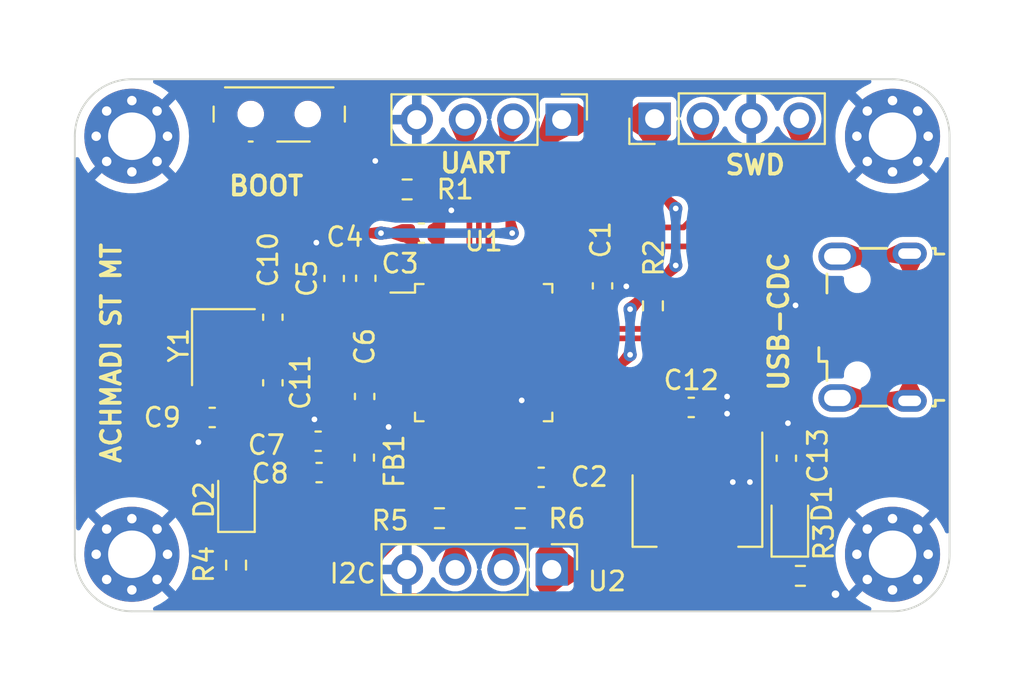
<source format=kicad_pcb>
(kicad_pcb (version 20221018) (generator pcbnew)
  (layers (0 "F.Cu" signal) (31 "B.Cu" power) (34 "B.Paste" user) (35 "F.Paste" user) (36 "B.SilkS" user "B.Silkscreen") (37 "F.SilkS" user "F.Silkscreen") (38 "B.Mask" user) (39 "F.Mask" user) (44 "Edge.Cuts" user))
  (net 0 "")
  (net 1 "+3.3V")
  (net 2 "GND")
  (net 3 "+3.3VA")
  (net 4 "/NRST")
  (net 5 "HSE_IN")
  (net 6 "HSE_OUT")
  (net 7 "VBUS")
  (net 8 "Net-(D1-K)")
  (net 9 "Net-(D2-K)")
  (net 11 "unconnected-(J1-Shield-Pad6)")
  (net 12 "SWD_CLK")
  (net 13 "SWD_IO")
  (net 14 "UART1_TX")
  (net 15 "UART1_RX")
  (net 16 "I2C2_SDA")
  (net 17 "I2C2_SCL")
  (net 18 "Net-(SW1-B)")
  (net 19 "/BOOT0")
  (net 45 "Net-(U1-PA5)")
  (net 47 "USB_D-")
  (net 48 "USB_D+")
  (footprint "MountingHole:MountingHole_2.5mm_Pad_Via" (layer "F.Cu") (at 130 63)
    (fp_text reference "H2" hide)
    (fp_text value "MountingHole_Pad")
    (pad "1" thru_hole circle (at -1.875 0) (size 0.8 0.8) (drill 0.5) (layers "*.Cu" "*.Mask") (net 2 "GND"))
    (pad "1" thru_hole circle (at -1.325825 -1.325825) (size 0.8 0.8) (drill 0.5) (layers "*.Cu" "*.Mask") (net 2 "GND"))
    (pad "1" thru_hole circle (at -1.325825 1.325825) (size 0.8 0.8) (drill 0.5) (layers "*.Cu" "*.Mask") (net 2 "GND"))
    (pad "1" thru_hole circle (at 0 -1.875) (size 0.8 0.8) (drill 0.5) (layers "*.Cu" "*.Mask") (net 2 "GND"))
    (pad "1" thru_hole circle (at 0 0) (size 5 5) (drill 2.5) (layers "*.Cu" "*.Mask") (net 2 "GND"))
    (pad "1" thru_hole circle (at 0 1.875) (size 0.8 0.8) (drill 0.5) (layers "*.Cu" "*.Mask") (net 2 "GND"))
    (pad "1" thru_hole circle (at 1.325825 -1.325825) (size 0.8 0.8) (drill 0.5) (layers "*.Cu" "*.Mask") (net 2 "GND"))
    (pad "1" thru_hole circle (at 1.325825 1.325825) (size 0.8 0.8) (drill 0.5) (layers "*.Cu" "*.Mask") (net 2 "GND"))
    (pad "1" thru_hole circle (at 1.875 0) (size 0.8 0.8) (drill 0.5) (layers "*.Cu" "*.Mask") (net 2 "GND"))
  )
  (footprint "Connector_USB:USB_Micro-B_Wuerth_629105150521" (layer "F.Cu") (at 168.95 73.05 90)
    (fp_text reference "J1" hide)
    (fp_text value "USB_B_Micro")
    (pad "" np_thru_hole oval (at -2.5 -0.8 90) (size 0.8 0.8) (drill 0.8) (layers "*.Cu" "*.Mask"))
    (pad "" np_thru_hole oval (at 2.5 -0.8 90) (size 0.8 0.8) (drill 0.8) (layers "*.Cu" "*.Mask"))
    (pad "1" smd rect (at -1.3 -1.9 90) (size 0.45 1.3) (layers "F.Cu" "F.Paste" "F.Mask") (net 7 "VBUS"))
    (pad "2" smd rect (at -0.65 -1.9 90) (size 0.45 1.3) (layers "F.Cu" "F.Paste" "F.Mask") (net 47 "USB_D-"))
    (pad "3" smd rect (at 0 -1.9 90) (size 0.45 1.3) (layers "F.Cu" "F.Paste" "F.Mask") (net 48 "USB_D+"))
    (pad "4" smd rect (at 0.65 -1.9 90) (size 0.45 1.3) (layers "F.Cu" "F.Paste" "F.Mask"))
    (pad "5" smd rect (at 1.3 -1.9 90) (size 0.45 1.3) (layers "F.Cu" "F.Paste" "F.Mask") (net 2 "GND"))
    (pad "6" thru_hole oval (at -3.875 1.95 90) (size 1.15 1.8) (drill oval 0.55 1.2) (layers "*.Cu" "*.Mask") (net 11 "unconnected-(J1-Shield-Pad6)"))
    (pad "6" thru_hole oval (at -3.725 -1.85 90) (size 1.45 2) (drill oval 0.85 1.4) (layers "*.Cu" "*.Mask") (net 11 "unconnected-(J1-Shield-Pad6)"))
    (pad "6" thru_hole oval (at 3.725 -1.85 90) (size 1.45 2) (drill oval 0.85 1.4) (layers "*.Cu" "*.Mask") (net 11 "unconnected-(J1-Shield-Pad6)"))
    (pad "6" thru_hole oval (at 3.875 1.95 90) (size 1.15 1.8) (drill oval 0.55 1.2) (layers "*.Cu" "*.Mask") (net 11 "unconnected-(J1-Shield-Pad6)"))
  )
  (footprint "Capacitor_SMD:C_0603_1608Metric" (layer "F.Cu") (at 164.415 79.945 90)
    (fp_text reference "C13" (at 0.128 1.65 90) (layer "F.SilkS"))
    (fp_text value "22u")
    (pad "1" smd roundrect (at -0.775 0 90) (size 0.9 0.95) (layers "F.Cu" "F.Paste" "F.Mask") (net 1 "+3.3V"))
    (pad "2" smd roundrect (at 0.775 0 90) (size 0.9 0.95) (layers "F.Cu" "F.Paste" "F.Mask") (net 2 "GND"))
  )
  (footprint "Resistor_SMD:R_0603_1608Metric" (layer "F.Cu") (at 150.425 83.1)
    (fp_text reference "R6" (at 2.45 0.025) (layer "F.SilkS"))
    (fp_text value "1K5")
    (pad "1" smd roundrect (at -0.825 0) (size 0.8 0.95) (layers "F.Cu" "F.Paste" "F.Mask") (net 16 "I2C2_SDA"))
    (pad "2" smd roundrect (at 0.825 0) (size 0.8 0.95) (layers "F.Cu" "F.Paste" "F.Mask") (net 1 "+3.3V"))
  )
  (footprint "Capacitor_SMD:C_0603_1608Metric" (layer "F.Cu") (at 140.64 70.485 90)
    (fp_text reference "C5" (at 0 -1.43 90) (layer "F.SilkS"))
    (fp_text value "10u")
    (pad "1" smd roundrect (at -0.775 0 90) (size 0.9 0.95) (layers "F.Cu" "F.Paste" "F.Mask") (net 1 "+3.3V"))
    (pad "2" smd roundrect (at 0.775 0 90) (size 0.9 0.95) (layers "F.Cu" "F.Paste" "F.Mask") (net 2 "GND"))
  )
  (footprint "Resistor_SMD:R_0603_1608Metric" (layer "F.Cu") (at 144.475 65.8)
    (fp_text reference "R1" (at 2.525 0) (layer "F.SilkS"))
    (fp_text value "10K")
    (pad "1" smd roundrect (at -0.825 0) (size 0.8 0.95) (layers "F.Cu" "F.Paste" "F.Mask") (net 18 "Net-(SW1-B)"))
    (pad "2" smd roundrect (at 0.825 0) (size 0.8 0.95) (layers "F.Cu" "F.Paste" "F.Mask") (net 19 "/BOOT0"))
  )
  (footprint "Connector_PinHeader_2.54mm:PinHeader_1x04_P2.54mm_Vertical" (layer "F.Cu") (at 152.08 85.8 -90)
    (fp_text reference "J4" hide)
    (fp_text value "Conn_01x04_Pin")
    (pad "1" thru_hole rect (at 0 0 270) (size 1.7 1.7) (drill 1) (layers "*.Cu" "*.Mask") (net 1 "+3.3V"))
    (pad "2" thru_hole oval (at 0 2.54 270) (size 1.7 1.7) (drill 1) (layers "*.Cu" "*.Mask") (net 16 "I2C2_SDA"))
    (pad "3" thru_hole oval (at 0 5.08 270) (size 1.7 1.7) (drill 1) (layers "*.Cu" "*.Mask") (net 17 "I2C2_SCL"))
    (pad "4" thru_hole oval (at 0 7.62 270) (size 1.7 1.7) (drill 1) (layers "*.Cu" "*.Mask") (net 2 "GND"))
  )
  (footprint "Crystal:Crystal_SMD_3225-4Pin_3.2x2.5mm" (layer "F.Cu") (at 134.814 74.1 -90)
    (fp_text reference "Y1" (at -0.1 2.35 90) (layer "F.SilkS"))
    (fp_text value "16MHz")
    (pad "1" smd rect (at -1.1 0.85 270) (size 1.4 1.2) (layers "F.Cu" "F.Paste" "F.Mask") (net 5 "HSE_IN"))
    (pad "2" smd rect (at 1.1 0.85 270) (size 1.4 1.2) (layers "F.Cu" "F.Paste" "F.Mask") (net 2 "GND"))
    (pad "3" smd rect (at 1.1 -0.85 270) (size 1.4 1.2) (layers "F.Cu" "F.Paste" "F.Mask") (net 6 "HSE_OUT"))
    (pad "4" smd rect (at -1.1 -0.85 270) (size 1.4 1.2) (layers "F.Cu" "F.Paste" "F.Mask") (net 2 "GND"))
  )
  (footprint "MountingHole:MountingHole_2.5mm_Pad_Via" (layer "F.Cu") (at 130 85)
    (fp_text reference "H3" hide)
    (fp_text value "MountingHole_Pad")
    (pad "1" thru_hole circle (at -1.875 0) (size 0.8 0.8) (drill 0.5) (layers "*.Cu" "*.Mask") (net 2 "GND"))
    (pad "1" thru_hole circle (at -1.325825 -1.325825) (size 0.8 0.8) (drill 0.5) (layers "*.Cu" "*.Mask") (net 2 "GND"))
    (pad "1" thru_hole circle (at -1.325825 1.325825) (size 0.8 0.8) (drill 0.5) (layers "*.Cu" "*.Mask") (net 2 "GND"))
    (pad "1" thru_hole circle (at 0 -1.875) (size 0.8 0.8) (drill 0.5) (layers "*.Cu" "*.Mask") (net 2 "GND"))
    (pad "1" thru_hole circle (at 0 0) (size 5 5) (drill 2.5) (layers "*.Cu" "*.Mask") (net 2 "GND"))
    (pad "1" thru_hole circle (at 0 1.875) (size 0.8 0.8) (drill 0.5) (layers "*.Cu" "*.Mask") (net 2 "GND"))
    (pad "1" thru_hole circle (at 1.325825 -1.325825) (size 0.8 0.8) (drill 0.5) (layers "*.Cu" "*.Mask") (net 2 "GND"))
    (pad "1" thru_hole circle (at 1.325825 1.325825) (size 0.8 0.8) (drill 0.5) (layers "*.Cu" "*.Mask") (net 2 "GND"))
    (pad "1" thru_hole circle (at 1.875 0) (size 0.8 0.8) (drill 0.5) (layers "*.Cu" "*.Mask") (net 2 "GND"))
  )
  (footprint "Connector_PinHeader_2.54mm:PinHeader_1x04_P2.54mm_Vertical" (layer "F.Cu") (at 152.6 62.125 -90)
    (fp_text reference "J3" hide)
    (fp_text value "Conn_01x04_Pin")
    (pad "1" thru_hole rect (at 0 0 270) (size 1.7 1.7) (drill 1) (layers "*.Cu" "*.Mask") (net 1 "+3.3V"))
    (pad "2" thru_hole oval (at 0 2.54 270) (size 1.7 1.7) (drill 1) (layers "*.Cu" "*.Mask") (net 14 "UART1_TX"))
    (pad "3" thru_hole oval (at 0 5.08 270) (size 1.7 1.7) (drill 1) (layers "*.Cu" "*.Mask") (net 15 "UART1_RX"))
    (pad "4" thru_hole oval (at 0 7.62 270) (size 1.7 1.7) (drill 1) (layers "*.Cu" "*.Mask") (net 2 "GND"))
  )
  (footprint "Button_Switch_SMD:SW_SPDT_PCM12" (layer "F.Cu") (at 137.75 62.16 180)
    (fp_text reference "SW1" hide)
    (fp_text value "SW_SPDT")
    (pad "" smd rect (at -3.65 -0.78 180) (size 1 0.8) (layers "F.Cu" "F.Paste" "F.Mask"))
    (pad "" smd rect (at -3.65 1.43 180) (size 1 0.8) (layers "F.Cu" "F.Paste" "F.Mask"))
    (pad "" np_thru_hole circle (at -1.5 0.33 180) (size 0.9 0.9) (drill 0.9) (layers "*.Cu" "*.Mask"))
    (pad "" np_thru_hole circle (at 1.5 0.33 180) (size 0.9 0.9) (drill 0.9) (layers "*.Cu" "*.Mask"))
    (pad "" smd rect (at 3.65 -0.78 180) (size 1 0.8) (layers "F.Cu" "F.Paste" "F.Mask"))
    (pad "" smd rect (at 3.65 1.43 180) (size 1 0.8) (layers "F.Cu" "F.Paste" "F.Mask"))
    (pad "1" smd rect (at -2.25 -1.43 180) (size 0.7 1.5) (layers "F.Cu" "F.Paste" "F.Mask") (net 2 "GND"))
    (pad "2" smd rect (at 0.75 -1.43 180) (size 0.7 1.5) (layers "F.Cu" "F.Paste" "F.Mask") (net 18 "Net-(SW1-B)"))
    (pad "3" smd rect (at 2.25 -1.43 180) (size 0.7 1.5) (layers "F.Cu" "F.Paste" "F.Mask") (net 1 "+3.3V"))
  )
  (footprint "Package_TO_SOT_SMD:SOT-223-3_TabPin2" (layer "F.Cu") (at 159.74 82.695 -90)
    (fp_text reference "U2" (at 3.726 4.756 -180) (layer "F.SilkS"))
    (fp_text value "AMS1117-3.3")
    (pad "1" smd rect (at -3.15 -2.3 270) (size 2 1.5) (layers "F.Cu" "F.Paste" "F.Mask") (net 2 "GND"))
    (pad "2" smd rect (at -3.15 0 270) (size 2 1.5) (layers "F.Cu" "F.Paste" "F.Mask") (net 1 "+3.3V"))
    (pad "2" smd rect (at 3.15 0 270) (size 2 3.8) (layers "F.Cu" "F.Paste" "F.Mask") (net 1 "+3.3V"))
    (pad "3" smd rect (at -3.15 2.3 270) (size 2 1.5) (layers "F.Cu" "F.Paste" "F.Mask") (net 7 "VBUS"))
  )
  (footprint "LED_SMD:LED_0805_2012Metric" (layer "F.Cu") (at 164.6 83.4375 90)
    (fp_text reference "D1" (at 1.0925 1.69 90) (layer "F.SilkS"))
    (fp_text value "RED")
    (pad "1" smd roundrect (at -0.9375 0 90) (size 0.975 1.4) (layers "F.Cu" "F.Paste" "F.Mask") (net 8 "Net-(D1-K)"))
    (pad "2" smd roundrect (at 0.9375 0 90) (size 0.975 1.4) (layers "F.Cu" "F.Paste" "F.Mask") (net 1 "+3.3V"))
  )
  (footprint "MountingHole:MountingHole_2.5mm_Pad_Via" (layer "F.Cu") (at 170 63)
    (fp_text reference "H1" hide)
    (fp_text value "MountingHole_Pad")
    (pad "1" thru_hole circle (at -1.875 0) (size 0.8 0.8) (drill 0.5) (layers "*.Cu" "*.Mask") (net 2 "GND"))
    (pad "1" thru_hole circle (at -1.325825 -1.325825) (size 0.8 0.8) (drill 0.5) (layers "*.Cu" "*.Mask") (net 2 "GND"))
    (pad "1" thru_hole circle (at -1.325825 1.325825) (size 0.8 0.8) (drill 0.5) (layers "*.Cu" "*.Mask") (net 2 "GND"))
    (pad "1" thru_hole circle (at 0 -1.875) (size 0.8 0.8) (drill 0.5) (layers "*.Cu" "*.Mask") (net 2 "GND"))
    (pad "1" thru_hole circle (at 0 0) (size 5 5) (drill 2.5) (layers "*.Cu" "*.Mask") (net 2 "GND"))
    (pad "1" thru_hole circle (at 0 1.875) (size 0.8 0.8) (drill 0.5) (layers "*.Cu" "*.Mask") (net 2 "GND"))
    (pad "1" thru_hole circle (at 1.325825 -1.325825) (size 0.8 0.8) (drill 0.5) (layers "*.Cu" "*.Mask") (net 2 "GND"))
    (pad "1" thru_hole circle (at 1.325825 1.325825) (size 0.8 0.8) (drill 0.5) (layers "*.Cu" "*.Mask") (net 2 "GND"))
    (pad "1" thru_hole circle (at 1.875 0) (size 0.8 0.8) (drill 0.5) (layers "*.Cu" "*.Mask") (net 2 "GND"))
  )
  (footprint "Capacitor_SMD:C_0603_1608Metric" (layer "F.Cu") (at 137.414 72.525 -90)
    (fp_text reference "C10" (at -3.025 0.25 90) (layer "F.SilkS"))
    (fp_text value "10p")
    (pad "1" smd roundrect (at -0.775 0 270) (size 0.9 0.95) (layers "F.Cu" "F.Paste" "F.Mask") (net 5 "HSE_IN"))
    (pad "2" smd roundrect (at 0.775 0 270) (size 0.9 0.95) (layers "F.Cu" "F.Paste" "F.Mask") (net 2 "GND"))
  )
  (footprint "Resistor_SMD:R_0603_1608Metric" (layer "F.Cu") (at 165.155 86.135 180)
    (fp_text reference "R3" (at -1.235 1.79 90) (layer "F.SilkS"))
    (fp_text value "1K5")
    (pad "1" smd roundrect (at -0.825 0 180) (size 0.8 0.95) (layers "F.Cu" "F.Paste" "F.Mask") (net 2 "GND"))
    (pad "2" smd roundrect (at 0.825 0 180) (size 0.8 0.95) (layers "F.Cu" "F.Paste" "F.Mask") (net 8 "Net-(D1-K)"))
  )
  (footprint "Capacitor_SMD:C_0603_1608Metric" (layer "F.Cu") (at 142.3 70.475 90)
    (fp_text reference "C4" (at 2.175 -1.1) (layer "F.SilkS"))
    (fp_text value "100n")
    (pad "1" smd roundrect (at -0.775 0 90) (size 0.9 0.95) (layers "F.Cu" "F.Paste" "F.Mask") (net 1 "+3.3V"))
    (pad "2" smd roundrect (at 0.775 0 90) (size 0.9 0.95) (layers "F.Cu" "F.Paste" "F.Mask") (net 2 "GND"))
  )
  (footprint "Capacitor_SMD:C_0603_1608Metric" (layer "F.Cu") (at 151.525 80.95 180)
    (fp_text reference "C2" (at -2.525 0.025) (layer "F.SilkS"))
    (fp_text value "100n")
    (pad "1" smd roundrect (at -0.775 0 180) (size 0.9 0.95) (layers "F.Cu" "F.Paste" "F.Mask") (net 1 "+3.3V"))
    (pad "2" smd roundrect (at 0.775 0 180) (size 0.9 0.95) (layers "F.Cu" "F.Paste" "F.Mask") (net 2 "GND"))
  )
  (footprint "Capacitor_SMD:C_0603_1608Metric" (layer "F.Cu") (at 137.414 75.975 -90)
    (fp_text reference "C11" (at -0.025 -1.45 90) (layer "F.SilkS"))
    (fp_text value "10p")
    (pad "1" smd roundrect (at -0.775 0 270) (size 0.9 0.95) (layers "F.Cu" "F.Paste" "F.Mask") (net 6 "HSE_OUT"))
    (pad "2" smd roundrect (at 0.775 0 270) (size 0.9 0.95) (layers "F.Cu" "F.Paste" "F.Mask") (net 2 "GND"))
  )
  (footprint "Inductor_SMD:L_0603_1608Metric" (layer "F.Cu") (at 142.22 79.9125 -90)
    (fp_text reference "FB1" (at 0.1875 -1.58 90) (layer "F.SilkS"))
    (fp_text value "120R")
    (pad "1" smd roundrect (at -0.7875 0 270) (size 0.875 0.95) (layers "F.Cu" "F.Paste" "F.Mask") (net 3 "+3.3VA"))
    (pad "2" smd roundrect (at 0.7875 0 270) (size 0.875 0.95) (layers "F.Cu" "F.Paste" "F.Mask") (net 1 "+3.3V"))
  )
  (footprint "Capacitor_SMD:C_0603_1608Metric" (layer "F.Cu") (at 139.795 79.05 180)
    (fp_text reference "C7" (at 2.725 -0.2) (layer "F.SilkS"))
    (fp_text value "1u")
    (pad "1" smd roundrect (at -0.775 0 180) (size 0.9 0.95) (layers "F.Cu" "F.Paste" "F.Mask") (net 3 "+3.3VA"))
    (pad "2" smd roundrect (at 0.775 0 180) (size 0.9 0.95) (layers "F.Cu" "F.Paste" "F.Mask") (net 2 "GND"))
  )
  (footprint "Capacitor_SMD:C_0603_1608Metric" (layer "F.Cu") (at 159.415 77.27)
    (fp_text reference "C12" (at 0 -1.43) (layer "F.SilkS"))
    (fp_text value "22u")
    (pad "1" smd roundrect (at -0.775 0) (size 0.9 0.95) (layers "F.Cu" "F.Paste" "F.Mask") (net 7 "VBUS"))
    (pad "2" smd roundrect (at 0.775 0) (size 0.9 0.95) (layers "F.Cu" "F.Paste" "F.Mask") (net 2 "GND"))
  )
  (footprint "Resistor_SMD:R_0603_1608Metric" (layer "F.Cu") (at 135.48 85.57 90)
    (fp_text reference "R4" (at 0.035 -1.688 90) (layer "F.SilkS"))
    (fp_text value "1K5")
    (pad "1" smd roundrect (at -0.825 0 90) (size 0.8 0.95) (layers "F.Cu" "F.Paste" "F.Mask") (net 45 "Net-(U1-PA5)"))
    (pad "2" smd roundrect (at 0.825 0 90) (size 0.8 0.95) (layers "F.Cu" "F.Paste" "F.Mask") (net 9 "Net-(D2-K)"))
  )
  (footprint "Resistor_SMD:R_0603_1608Metric" (layer "F.Cu") (at 157.4 71.925 -90)
    (fp_text reference "R2" (at -2.525 -0.05 90) (layer "F.SilkS"))
    (fp_text value "1K5")
    (pad "1" smd roundrect (at -0.825 0 270) (size 0.8 0.95) (layers "F.Cu" "F.Paste" "F.Mask") (net 1 "+3.3V"))
    (pad "2" smd roundrect (at 0.825 0 270) (size 0.8 0.95) (layers "F.Cu" "F.Paste" "F.Mask") (net 48 "USB_D+"))
  )
  (footprint "Capacitor_SMD:C_0603_1608Metric" (layer "F.Cu") (at 145.225 68.1)
    (fp_text reference "C3" (at -1.125 1.6) (layer "F.SilkS"))
    (fp_text value "100n")
    (pad "1" smd roundrect (at -0.775 0) (size 0.9 0.95) (layers "F.Cu" "F.Paste" "F.Mask") (net 1 "+3.3V"))
    (pad "2" smd roundrect (at 0.775 0) (size 0.9 0.95) (layers "F.Cu" "F.Paste" "F.Mask") (net 2 "GND"))
  )
  (footprint "Capacitor_SMD:C_0603_1608Metric" (layer "F.Cu") (at 134.225 77.8)
    (fp_text reference "C9" (at -2.625 0) (layer "F.SilkS"))
    (fp_text value "100n")
    (pad "1" smd roundrect (at -0.775 0) (size 0.9 0.95) (layers "F.Cu" "F.Paste" "F.Mask") (net 2 "GND"))
    (pad "2" smd roundrect (at 0.775 0) (size 0.9 0.95) (layers "F.Cu" "F.Paste" "F.Mask") (net 4 "/NRST"))
  )
  (footprint "Resistor_SMD:R_0603_1608Metric" (layer "F.Cu") (at 146.175 83.1 180)
    (fp_text reference "R5" (at 2.6 -0.125) (layer "F.SilkS"))
    (fp_text value "1K5")
    (pad "1" smd roundrect (at -0.825 0 180) (size 0.8 0.95) (layers "F.Cu" "F.Paste" "F.Mask") (net 17 "I2C2_SCL"))
    (pad "2" smd roundrect (at 0.825 0 180) (size 0.8 0.95) (layers "F.Cu" "F.Paste" "F.Mask") (net 1 "+3.3V"))
  )
  (footprint "Capacitor_SMD:C_0603_1608Metric" (layer "F.Cu") (at 142.24 76.695 -90)
    (fp_text reference "C6" (at -2.625 0 90) (layer "F.SilkS"))
    (fp_text value "10n")
    (pad "1" smd roundrect (at -0.775 0 270) (size 0.9 0.95) (layers "F.Cu" "F.Paste" "F.Mask") (net 3 "+3.3VA"))
    (pad "2" smd roundrect (at 0.775 0 270) (size 0.9 0.95) (layers "F.Cu" "F.Paste" "F.Mask") (net 2 "GND"))
  )
  (footprint "MountingHole:MountingHole_2.5mm_Pad_Via" (layer "F.Cu") (at 170 85)
    (fp_text reference "H4" hide)
    (fp_text value "MountingHole_Pad")
    (pad "1" thru_hole circle (at -1.875 0) (size 0.8 0.8) (drill 0.5) (layers "*.Cu" "*.Mask") (net 2 "GND"))
    (pad "1" thru_hole circle (at -1.325825 -1.325825) (size 0.8 0.8) (drill 0.5) (layers "*.Cu" "*.Mask") (net 2 "GND"))
    (pad "1" thru_hole circle (at -1.325825 1.325825) (size 0.8 0.8) (drill 0.5) (layers "*.Cu" "*.Mask") (net 2 "GND"))
    (pad "1" thru_hole circle (at 0 -1.875) (size 0.8 0.8) (drill 0.5) (layers "*.Cu" "*.Mask") (net 2 "GND"))
    (pad "1" thru_hole circle (at 0 0) (size 5 5) (drill 2.5) (layers "*.Cu" "*.Mask") (net 2 "GND"))
    (pad "1" thru_hole circle (at 0 1.875) (size 0.8 0.8) (drill 0.5) (layers "*.Cu" "*.Mask") (net 2 "GND"))
    (pad "1" thru_hole circle (at 1.325825 -1.325825) (size 0.8 0.8) (drill 0.5) (layers "*.Cu" "*.Mask") (net 2 "GND"))
    (pad "1" thru_hole circle (at 1.325825 1.325825) (size 0.8 0.8) (drill 0.5) (layers "*.Cu" "*.Mask") (net 2 "GND"))
    (pad "1" thru_hole circle (at 1.875 0) (size 0.8 0.8) (drill 0.5) (layers "*.Cu" "*.Mask") (net 2 "GND"))
  )
  (footprint "Capacitor_SMD:C_0603_1608Metric" (layer "F.Cu") (at 139.845 80.7 180)
    (fp_text reference "C8" (at 2.575 -0.05) (layer "F.SilkS"))
    (fp_text value "1u")
    (pad "1" smd roundrect (at -0.775 0 180) (size 0.9 0.95) (layers "F.Cu" "F.Paste" "F.Mask") (net 1 "+3.3V"))
    (pad "2" smd roundrect (at 0.775 0 180) (size 0.9 0.95) (layers "F.Cu" "F.Paste" "F.Mask") (net 2 "GND"))
  )
  (footprint "Connector_PinHeader_2.54mm:PinHeader_1x04_P2.54mm_Vertical" (layer "F.Cu") (at 157.49 62.075 90)
    (fp_text reference "J2" hide)
    (fp_text value "Conn_01x04_Pin")
    (pad "1" thru_hole rect (at 0 0 90) (size 1.7 1.7) (drill 1) (layers "*.Cu" "*.Mask") (net 1 "+3.3V"))
    (pad "2" thru_hole oval (at 0 2.54 90) (size 1.7 1.7) (drill 1) (layers "*.Cu" "*.Mask") (net 12 "SWD_CLK"))
    (pad "3" thru_hole oval (at 0 5.08 90) (size 1.7 1.7) (drill 1) (layers "*.Cu" "*.Mask") (net 2 "GND"))
    (pad "4" thru_hole oval (at 0 7.62 90) (size 1.7 1.7) (drill 1) (layers "*.Cu" "*.Mask") (net 13 "SWD_IO"))
  )
  (footprint "LED_SMD:LED_0805_2012Metric" (layer "F.Cu") (at 135.5 82.1375 90)
    (fp_text reference "D2" (at 0 -1.708 90) (layer "F.SilkS"))
    (fp_text value "GREEN")
    (pad "1" smd roundrect (at -0.9375 0 90) (size 0.975 1.4) (layers "F.Cu" "F.Paste" "F.Mask") (net 9 "Net-(D2-K)"))
    (pad "2" smd roundrect (at 0.9375 0 90) (size 0.975 1.4) (layers "F.Cu" "F.Paste" "F.Mask") (net 1 "+3.3V"))
  )
  (footprint "Package_QFP:LQFP-48_7x7mm_P0.5mm" (layer "F.Cu") (at 148.5 74.3875)
    (fp_text reference "U1" (at 0 -5.85) (layer "F.SilkS"))
    (fp_text value "STM32F103C8T6")
    (pad "1" smd roundrect (at -4.1625 -2.75) (size 1.475 0.3) (layers "F.Cu" "F.Paste" "F.Mask") (net 1 "+3.3V"))
    (pad "2" smd roundrect (at -4.1625 -2.25) (size 1.475 0.3) (layers "F.Cu" "F.Paste" "F.Mask"))
    (pad "3" smd roundrect (at -4.1625 -1.75) (size 1.475 0.3) (layers "F.Cu" "F.Paste" "F.Mask"))
    (pad "4" smd roundrect (at -4.1625 -1.25) (size 1.475 0.3) (layers "F.Cu" "F.Paste" "F.Mask"))
    (pad "5" smd roundrect (at -4.1625 -0.75) (size 1.475 0.3) (layers "F.Cu" "F.Paste" "F.Mask") (net 5 "HSE_IN"))
    (pad "6" smd roundrect (at -4.1625 -0.25) (size 1.475 0.3) (layers "F.Cu" "F.Paste" "F.Mask") (net 6 "HSE_OUT"))
    (pad "7" smd roundrect (at -4.1625 0.25) (size 1.475 0.3) (layers "F.Cu" "F.Paste" "F.Mask") (net 4 "/NRST"))
    (pad "8" smd roundrect (at -4.1625 0.75) (size 1.475 0.3) (layers "F.Cu" "F.Paste" "F.Mask") (net 2 "GND"))
    (pad "9" smd roundrect (at -4.1625 1.25) (size 1.475 0.3) (layers "F.Cu" "F.Paste" "F.Mask") (net 3 "+3.3VA"))
    (pad "10" smd roundrect (at -4.1625 1.75) (size 1.475 0.3) (layers "F.Cu" "F.Paste" "F.Mask"))
    (pad "11" smd roundrect (at -4.1625 2.25) (size 1.475 0.3) (layers "F.Cu" "F.Paste" "F.Mask"))
    (pad "12" smd roundrect (at -4.1625 2.75) (size 1.475 0.3) (layers "F.Cu" "F.Paste" "F.Mask"))
    (pad "13" smd roundrect (at -2.75 4.1625) (size 0.3 1.475) (layers "F.Cu" "F.Paste" "F.Mask"))
    (pad "14" smd roundrect (at -2.25 4.1625) (size 0.3 1.475) (layers "F.Cu" "F.Paste" "F.Mask"))
    (pad "15" smd roundrect (at -1.75 4.1625) (size 0.3 1.475) (layers "F.Cu" "F.Paste" "F.Mask") (net 45 "Net-(U1-PA5)"))
    (pad "16" smd roundrect (at -1.25 4.1625) (size 0.3 1.475) (layers "F.Cu" "F.Paste" "F.Mask"))
    (pad "17" smd roundrect (at -0.75 4.1625) (size 0.3 1.475) (layers "F.Cu" "F.Paste" "F.Mask"))
    (pad "18" smd roundrect (at -0.25 4.1625) (size 0.3 1.475) (layers "F.Cu" "F.Paste" "F.Mask"))
    (pad "19" smd roundrect (at 0.25 4.1625) (size 0.3 1.475) (layers "F.Cu" "F.Paste" "F.Mask"))
    (pad "20" smd roundrect (at 0.75 4.1625) (size 0.3 1.475) (layers "F.Cu" "F.Paste" "F.Mask"))
    (pad "21" smd roundrect (at 1.25 4.1625) (size 0.3 1.475) (layers "F.Cu" "F.Paste" "F.Mask") (net 17 "I2C2_SCL"))
    (pad "22" smd roundrect (at 1.75 4.1625) (size 0.3 1.475) (layers "F.Cu" "F.Paste" "F.Mask") (net 16 "I2C2_SDA"))
    (pad "23" smd roundrect (at 2.25 4.1625) (size 0.3 1.475) (layers "F.Cu" "F.Paste" "F.Mask") (net 2 "GND"))
    (pad "24" smd roundrect (at 2.75 4.1625) (size 0.3 1.475) (layers "F.Cu" "F.Paste" "F.Mask") (net 1 "+3.3V"))
    (pad "25" smd roundrect (at 4.1625 2.75) (size 1.475 0.3) (layers "F.Cu" "F.Paste" "F.Mask"))
    (pad "26" smd roundrect (at 4.1625 2.25) (size 1.475 0.3) (layers "F.Cu" "F.Paste" "F.Mask"))
    (pad "27" smd roundrect (at 4.1625 1.75) (size 1.475 0.3) (layers "F.Cu" "F.Paste" "F.Mask"))
    (pad "28" smd roundrect (at 4.1625 1.25) (size 1.475 0.3) (layers "F.Cu" "F.Paste" "F.Mask"))
    (pad "29" smd roundrect (at 4.1625 0.75) (size 1.475 0.3) (layers "F.Cu" "F.Paste" "F.Mask"))
    (pad "30" smd roundrect (at 4.1625 0.25) (size 1.475 0.3) (layers "F.Cu" "F.Paste" "F.Mask"))
    (pad "31" smd roundrect (at 4.1625 -0.25) (size 1.475 0.3) (layers "F.Cu" "F.Paste" "F.Mask"))
    (pad "32" smd roundrect (at 4.1625 -0.75) (size 1.475 0.3) (layers "F.Cu" "F.Paste" "F.Mask") (net 47 "USB_D-"))
    (pad "33" smd roundrect (at 4.1625 -1.25) (size 1.475 0.3) (layers "F.Cu" "F.Paste" "F.Mask") (net 48 "USB_D+"))
    (pad "34" smd roundrect (at 4.1625 -1.75) (size 1.475 0.3) (layers "F.Cu" "F.Paste" "F.Mask") (net 13 "SWD_IO"))
    (pad "35" smd roundrect (at 4.1625 -2.25) (size 1.475 0.3) (layers "F.Cu" "F.Paste" "F.Mask") (net 2 "GND"))
    (pad "36" smd roundrect (at 4.1625 -2.75) (size 1.475 0.3) (layers "F.Cu" "F.Paste" "F.Mask") (net 1 "+3.3V"))
    (pad "37" smd roundrect (at 2.75 -4.1625) (size 0.3 1.475) (layers "F.Cu" "F.Paste" "F.Mask") (net 12 "SWD_CLK"))
    (pad "38" smd roundrect (at 2.25 -4.1625) (size 0.3 1.475) (layers "F.Cu" "F.Paste" "F.Mask"))
    (pad "39" smd roundrect (at 1.75 -4.1625) (size 0.3 1.475) (layers "F.Cu" "F.Paste" "F.Mask"))
    (pad "40" smd roundrect (at 1.25 -4.1625) (size 0.3 1.475) (layers "F.Cu" "F.Paste" "F.Mask"))
    (pad "41" smd roundrect (at 0.75 -4.1625) (size 0.3 1.475) (layers "F.Cu" "F.Paste" "F.Mask"))
    (pad "42" smd roundrect (at 0.25 -4.1625) (size 0.3 1.475) (layers "F.Cu" "F.Paste" "F.Mask") (net 14 "UART1_TX"))
    (pad "43" smd roundrect (at -0.25 -4.1625) (size 0.3 1.475) (layers "F.Cu" "F.Paste" "F.Mask") (net 15 "UART1_RX"))
    (pad "44" smd roundrect (at -0.75 -4.1625) (size 0.3 1.475) (layers "F.Cu" "F.Paste" "F.Mask") (net 19 "/BOOT0"))
    (pad "45" smd roundrect (at -1.25 -4.1625) (size 0.3 1.475) (layers "F.Cu" "F.Paste" "F.Mask"))
    (pad "46" smd roundrect (at -1.75 -4.1625) (size 0.3 1.475) (layers "F.Cu" "F.Paste" "F.Mask"))
    (pad "47" smd roundrect (at -2.25 -4.1625) (size 0.3 1.475) (layers "F.Cu" "F.Paste" "F.Mask") (net 2 "GND"))
    (pad "48" smd roundrect (at -2.75 -4.1625) (size 0.3 1.475) (layers "F.Cu" "F.Paste" "F.Mask") (net 1 "+3.3V"))
  )
  (footprint "Capacitor_SMD:C_0603_1608Metric" (layer "F.Cu") (at 154.75 70.875 -90)
    (fp_text reference "C1" (at -2.425 0.1 90) (layer "F.SilkS"))
    (fp_text value "100n")
    (pad "1" smd roundrect (at -0.775 0 270) (size 0.9 0.95) (layers "F.Cu" "F.Paste" "F.Mask") (net 1 "+3.3V"))
    (pad "2" smd roundrect (at 0.775 0 270) (size 0.9 0.95) (layers "F.Cu" "F.Paste" "F.Mask") (net 2 "GND"))
  )
  (gr_line (start 130 88) (end 170 88) (stroke (width 0.1)) (layer "Edge.Cuts"))
  (gr_arc (start 130 88) (mid 127.87868 87.12132) (end 127 85) (stroke (width 0.1)) (layer "Edge.Cuts"))
  (gr_line (start 130 60) (end 170 60) (stroke (width 0.1)) (layer "Edge.Cuts"))
  (gr_arc (start 170 60) (mid 172.12132 60.87868) (end 173 63) (stroke (width 0.1)) (layer "Edge.Cuts"))
  (gr_arc (start 173 85) (mid 172.12132 87.12132) (end 170 88) (stroke (width 0.1)) (layer "Edge.Cuts"))
  (gr_line (start 173 63) (end 173 85) (stroke (width 0.1)) (layer "Edge.Cuts"))
  (gr_line (start 127 63) (end 127 85) (stroke (width 0.1)) (layer "Edge.Cuts"))
  (gr_arc (start 127 63) (mid 127.87868 60.87868) (end 130 60) (stroke (width 0.1)) (layer "Edge.Cuts"))
  (gr_text "UART" (at 146.1 65) (layer "F.SilkS") (effects (font (size 1 1) (thickness 0.2) bold) (justify left bottom)))
  (gr_text "ACHMADI ST MT" (at 129.5 80.3 90) (layer "F.SilkS") (effects (font (size 1 1) (thickness 0.2) bold) (justify left bottom)))
  (gr_text "I2C" (at 140.3 86.6) (layer "F.SilkS") (effects (font (size 1 1)) (justify left bottom)))
  (gr_text "SWD" (at 161.1 65.1) (layer "F.SilkS") (effects (font (size 1 1) (thickness 0.2) bold) (justify left bottom)))
  (gr_text "BOOT" (at 135 66.2) (layer "F.SilkS") (effects (font (size 1 1) (thickness 0.2) bold) (justify left bottom)))
  (gr_text "USB-CDC" (at 164.6 76.5 90) (layer "F.SilkS") (effects (font (size 1 1) (thickness 0.2) bold) (justify left bottom)))
  (segment (start 142.7 87.3) (end 151.7 87.3) (width 0.5) (layer "F.Cu") (net 1))
  (segment (start 142.29 71.26) (end 142.3 71.25) (width 0.3) (layer "F.Cu") (net 1))
  (segment (start 153.5625 71.6375) (end 153.8 71.4) (width 0.3) (layer "F.Cu") (net 1))
  (segment (start 151.3 83.1) (end 152.4 82) (width 0.5) (layer "F.Cu") (net 1))
  (segment (start 145.75 69.45) (end 144.45 68.15) (width 0.3) (layer "F.Cu") (net 1))
  (segment (start 144.3375 71.6375) (end 142.6875 71.6375) (width 0.3) (layer "F.Cu") (net 1))
  (segment (start 142.22 80.7) (end 140.62 80.7) (width 0.3) (layer "F.Cu") (net 1))
  (segment (start 157.2 71.1) (end 156.2 72.1) (width 0.5) (layer "F.Cu") (net 1))
  (segment (start 138.8 70.5) (end 138.8 69.2) (width 0.5) (layer "F.Cu") (net 1))
  (segment (start 137.4 81.2) (end 135.5 81.2) (width 0.3) (layer "F.Cu") (net 1))
  (segment (start 142.3 86.9) (end 142.7 87.3) (width 0.5) (layer "F.Cu") (net 1))
  (segment (start 152.3 80.9) (end 151.25 79.85) (width 0.3) (layer "F.Cu") (net 1))
  (segment (start 157.4 71) (end 158.6 69.8) (width 0.5) (layer "F.Cu") (net 1))
  (segment (start 137.8 81.9) (end 137.8 81.6) (width 0.3) (layer "F.Cu") (net 1))
  (segment (start 152.4 81.05) (end 152.3 80.95) (width 0.5) (layer "F.Cu") (net 1))
  (segment (start 143.1 68.1) (end 141.2 68.1) (width 0.5) (layer "F.Cu") (net 1))
  (segment (start 152.08 84.12) (end 152.08 85.8) (width 0.5) (layer "F.Cu") (net 1))
  (segment (start 157.49 65.69) (end 157.49 62.075) (width 0.5) (layer "F.Cu") (net 1))
  (segment (start 141.2 68.1) (end 140.7 67.6) (width 0.5) (layer "F.Cu") (net 1))
  (segment (start 152.6 62.125) (end 157.44 62.125) (width 0.5) (layer "F.Cu") (net 1))
  (segment (start 151.7 86.18) (end 152.08 85.8) (width 0.5) (layer "F.Cu") (net 1))
  (segment (start 145 83.1) (end 142.3 85.8) (width 0.5) (layer "F.Cu") (net 1))
  (segment (start 140.7 67.6) (end 137.4 67.6) (width 0.5) (layer "F.Cu") (net 1))
  (segment (start 151.25 79.85) (end 151.25 78.55) (width 0.3) (layer "F.Cu") (net 1))
  (segment (start 142.22 80.7) (end 142.22 81.48) (width 0.3) (layer "F.Cu") (net 1))
  (segment (start 154.9 80.8) (end 154.8 80.9) (width 0.5) (layer "F.Cu") (net 1))
  (segment (start 157.4 71.1) (end 157.4 71) (width 0.5) (layer "F.Cu") (net 1))
  (segment (start 135.5 65.9) (end 135.5 63.59) (width 0.5) (layer "F.Cu") (net 1))
  (segment (start 159.74 85.845) (end 152.125 85.845) (width 0.5) (layer "F.Cu") (net 1))
  (segment (start 152.3 80.95) (end 152.3 80.9) (width 0.3) (layer "F.Cu") (net 1))
  (segment (start 154.8 80.9) (end 152.35 80.9) (width 0.5) (layer "F.Cu") (net 1))
  (segment (start 149.9 65) (end 149.9 68) (width 0.5) (layer "F.Cu") (net 1))
  (segment (start 151.25 83.1) (end 151.3 83.1) (width 0.5) (layer "F.Cu") (net 1))
  (segment (start 140.64 71.26) (end 142.29 71.26) (width 0.3) (layer "F.Cu") (net 1))
  (segment (start 142.22 81.48) (end 141.8 81.9) (width 0.3) (layer "F.Cu") (net 1))
  (segment (start 144.45 68.15) (end 144.45 68.1) (width 0.3) (layer "F.Cu") (net 1))
  (segment (start 157.44 62.125) (end 157.49 62.075) (width 0.5) (layer "F.Cu") (net 1))
  (segment (start 145.35 83.1) (end 145 83.1) (width 0.5) (layer "F.Cu") (net 1))
  (segment (start 135.2 81.5) (end 135.5 81.2) (width 0.5) (layer "F.Cu") (net 1))
  (segment (start 151.7 87.3) (end 151.7 86.18) (width 0.5) (layer "F.Cu") (net 1))
  (segment (start 145.75 70.225) (end 145.75 69.45) (width 0.3) (layer "F.Cu") (net 1))
  (segment (start 137.8 81.6) (end 137.4 81.2) (width 0.3) (layer "F.Cu") (net 1))
  (segment (start 133.7 86.6) (end 133.7 81.5) (width 0.5) (layer "F.Cu") (net 1))
  (segment (start 152.125 85.845) (end 152.08 85.8) (width 0.5) (layer "F.Cu") (net 1))
  (segment (start 153.8 70.3) (end 154 70.1) (width 0.3) (layer "F.Cu") (net 1))
  (segment (start 151.25 83.1) (end 151.25 83.25) (width 0.5) (layer "F.Cu") (net 1))
  (segment (start 142.7 87.3) (end 134.4 87.3) (width 0.5) (layer "F.Cu") (net 1))
  (segment (start 156.4 70.1) (end 157.4 71.1) (width 0.3) (layer "F.Cu") (net 1))
  (segment (start 152.6625 71.6375) (end 153.5625 71.6375) (width 0.3) (layer "F.Cu") (net 1))
  (segment (start 134.4 87.3) (end 133.7 86.6) (width 0.5) (layer "F.Cu") (net 1))
  (segment (start 133.7 81.5) (end 135.2 81.5) (width 0.5) (layer "F.Cu") (net 1))
  (segment (start 137.4 67.6) (end 137.3 67.7) (width 0.5) (layer "F.Cu") (net 1))
  (segment (start 137.3 67.7) (end 136.05 66.45) (width 0.5) (layer "F.Cu") (net 1))
  (segment (start 154 70.1) (end 154.75 70.1) (width 0.3) (layer "F.Cu") (net 1))
  (segment (start 154.75 70.1) (end 156.4 70.1) (width 0.3) (layer "F.Cu") (net 1))
  (segment (start 142.3 85.8) (end 142.3 86.9) (width 0.5) (layer "F.Cu") (net 1))
  (segment (start 152.1 84.1) (end 152.08 84.12) (width 0.5) (layer "F.Cu") (net 1))
  (segment (start 153.8 71.4) (end 153.8 70.3) (width 0.3) (layer "F.Cu") (net 1))
  (segment (start 136.05 66.45) (end 135.5 65.9) (width 0.5) (layer "F.Cu") (net 1))
  (segment (start 152.6 62.3) (end 149.9 65) (width 0.5) (layer "F.Cu") (net 1))
  (segment (start 158.6 66.8) (end 157.49 65.69) (width 0.5) (layer "F.Cu") (net 1))
  (segment (start 157.4 71.1) (end 157.2 71.1) (width 0.5) (layer "F.Cu") (net 1))
  (segment (start 156.2 74.5) (end 154.9 75.8) (width 0.5) (layer "F.Cu") (net 1))
  (segment (start 149.9 68) (end 150 68.1) (width 0.5) (layer "F.Cu") (net 1))
  (segment (start 144.45 68.1) (end 143.1 68.1) (width 0.5) (layer "F.Cu") (net 1))
  (segment (start 139.56 71.26) (end 138.8 70.5) (width 0.5) (layer "F.Cu") (net 1))
  (segment (start 142.6875 71.6375) (end 142.3 71.25) (width 0.3) (layer "F.Cu") (net 1))
  (segment (start 152.4 82) (end 152.4 81.05) (width 0.5) (layer "F.Cu") (net 1))
  (segment (start 151.25 83.25) (end 152.1 84.1) (width 0.5) (layer "F.Cu") (net 1))
  (segment (start 164.415 82.315) (end 164.6 82.5) (width 0.5) (layer "F.Cu") (net 1))
  (segment (start 140.64 71.26) (end 139.56 71.26) (width 0.5) (layer "F.Cu") (net 1))
  (segment (start 152.35 80.9) (end 152.3 80.95) (width 0.5) (layer "F.Cu") (net 1))
  (segment (start 154.9 75.8) (end 154.9 80.8) (width 0.5) (layer "F.Cu") (net 1))
  (segment (start 141.8 81.9) (end 137.8 81.9) (width 0.3) (layer "F.Cu") (net 1))
  (segment (start 138.8 69.2) (end 137.3 67.7) (width 0.5) (layer "F.Cu") (net 1))
  (segment (start 152.6 62.125) (end 152.6 62.3) (width 0.5) (layer "F.Cu") (net 1))
  (via (at 156.2 74.5) (size 0.7) (drill 0.3) (layers "F.Cu" "B.Cu") (net 1))
  (via (at 158.6 69.8) (size 0.7) (drill 0.3) (layers "F.Cu" "B.Cu") (net 1))
  (via (at 150 68.1) (size 0.7) (drill 0.3) (layers "F.Cu" "B.Cu") (net 1))
  (via (at 143.1 68.1) (size 0.7) (drill 0.3) (layers "F.Cu" "B.Cu") (net 1))
  (via (at 156.2 72.1) (size 0.7) (drill 0.3) (layers "F.Cu" "B.Cu") (net 1))
  (via (at 158.6 66.8) (size 0.7) (drill 0.3) (layers "F.Cu" "B.Cu") (net 1))
  (segment (start 150 68.1) (end 143.1 68.1) (width 0.5) (layer "B.Cu") (net 1))
  (segment (start 158.6 69.8) (end 158.6 66.8) (width 0.5) (layer "B.Cu") (net 1))
  (segment (start 156.2 72.1) (end 156.2 74.5) (width 0.5) (layer "B.Cu") (net 1))
  (segment (start 154.75 71.65) (end 155.25 71.65) (width 0.3) (layer "F.Cu") (net 2))
  (segment (start 139.02 80.65) (end 139.07 80.7) (width 0.5) (layer "F.Cu") (net 2))
  (segment (start 152.6625 72.1375) (end 154.2625 72.1375) (width 0.3) (layer "F.Cu") (net 2))
  (segment (start 137.414 76.75) (end 133.95 76.75) (width 0.5) (layer "F.Cu") (net 2))
  (segment (start 133.95 76.75) (end 133.7 76.5) (width 0.5) (layer "F.Cu") (net 2))
  (segment (start 165.98 86.135) (end 166.035 86.135) (width 0.5) (layer "F.Cu") (net 2))
  (segment (start 133.7 75.464) (end 133.964 75.2) (width 0.5) (layer "F.Cu") (net 2))
  (segment (start 154.2625 72.1375) (end 154.75 71.65) (width 0.3) (layer "F.Cu") (net 2))
  (segment (start 142.24 77.47) (end 142.67 77.47) (width 0.5) (layer "F.Cu") (net 2))
  (segment (start 144.813541 78) (end 143.8 78) (width 0.3) (layer "F.Cu") (net 2))
  (segment (start 139.02 78.48) (end 139.6 77.9) (width 0.5) (layer "F.Cu") (net 2))
  (segment (start 133.7 76.5) (end 133.7 75.464) (width 0.5) (layer "F.Cu") (net 2))
  (segment (start 145.176041 75.1375) (end 145.425 75.386459) (width 0.3) (layer "F.Cu") (net 2))
  (segment (start 165.05 71.75) (end 164.9 71.9) (width 0.3) (layer "F.Cu") (net 2))
  (segment (start 146 68.1) (end 146 67.7) (width 0.3) (layer "F.Cu") (net 2))
  (segment (start 137.114 73) (end 137.414 73.3) (width 0.3) (layer "F.Cu") (net 2))
  (segment (start 140.64 69.71) (end 140.64 69.54) (width 0.3) (layer "F.Cu") (net 2))
  (segment (start 162.415 79.17) (end 162.04 79.545) (width 0.5) (layer "F.Cu") (net 2))
  (segment (start 150.75 78.55) (end 150.75 80.95) (width 0.3) (layer "F.Cu") (net 2))
  (segment (start 140.64 69.54) (end 139.7 68.6) (width 0.3) (layer "F.Cu") (net 2))
  (segment (start 133.45 77.8) (end 133.45 79.05) (width 0.5) (layer "F.Cu") (net 2))
  (segment (start 165.98 86.135) (end 166 86.115) (width 0.3) (layer "F.Cu") (net 2))
  (segment (start 164.415 79.17) (end 162.415 79.17) (width 0.5) (layer "F.Cu") (net 2))
  (segment (start 133.45 76.75) (end 133.7 76.5) (width 0.5) (layer "F.Cu") (net 2))
  (segment (start 133.964 74.9) (end 135.664 73.2) (width 0.3) (layer "F.Cu") (net 2))
  (segment (start 150.75 77.15) (end 150.5 76.9) (width 0.3) (layer "F.Cu") (net 2))
  (segment (start 155.25 71.65) (end 156 70.9) (width 0.3) (layer "F.Cu") (net 2))
  (segment (start 133.964 75.2) (end 133.964 74.9) (width 0.3) (layer "F.Cu") (net 2))
  (segment (start 164.685 78.9) (end 164.415 79.17) (width 0.3) (layer "F.Cu") (net 2))
  (segment (start 140 63.59) (end 140.71 64.3) (width 0.5) (layer "F.Cu") (net 2))
  (segment (start 142.29 69.71) (end 142.3 69.7) (width 0.3) (layer "F.Cu") (net 2))
  (segment (start 140.71 64.3) (end 142.8 64.3) (width 0.5) (layer "F.Cu") (net 2))
  (segment (start 146.25 68.35) (end 146 68.1) (width 0.3) (layer "F.Cu") (net 2))
  (segment (start 135.664 73) (end 137.114 73) (width 0.3) (layer "F.Cu") (net 2))
  (segment (start 150.75 78.55) (end 150.75 77.15) (width 0.3) (layer "F.Cu") (net 2))
  (segment (start 164.445 79.2) (end 164.415 79.17) (width 0.5) (layer "F.Cu") (net 2))
  (segment (start 167.05 71.75) (end 165.05 71.75) (width 0.3) (layer "F.Cu") (net 2))
  (segment (start 133.45 79.05) (end 133.5 79.1) (width 0.5) (layer "F.Cu") (net 2))
  (segment (start 145.425 75.386459) (end 145.425 77.388541) (width 0.3) (layer "F.Cu") (net 2))
  (segment (start 142.67 77.47) (end 143.5 78.3) (width 0.5) (layer "F.Cu") (net 2))
  (segment (start 145.425 77.388541) (end 144.813541 78) (width 0.3) (layer "F.Cu") (net 2))
  (segment (start 135.664 73.2) (end 135.664 73) (width 0.3) (layer "F.Cu") (net 2))
  (segment (start 140.64 69.71) (end 142.29 69.71) (width 0.3) (layer "F.Cu") (net 2))
  (segment (start 146 67.7) (end 146.8 66.9) (width 0.3) (layer "F.Cu") (net 2))
  (segment (start 139.02 79.05) (end 139.02 78.48) (width 0.5) (layer "F.Cu") (net 2))
  (segment (start 143.8 78) (end 143.5 78.3) (width 0.3) (layer "F.Cu") (net 2))
  (segment (start 139.02 79.05) (end 139.02 80.65) (width 0.5) (layer "F.Cu") (net 2))
  (segment (start 133.45 77.8) (end 133.45 76.75) (width 0.5) (layer "F.Cu") (net 2))
  (segment (start 146.25 70.225) (end 146.25 68.35) (width 0.3) (layer "F.Cu") (net 2))
  (segment (start 166.035 86.135) (end 167 87.1) (width 0.5) (layer "F.Cu") (net 2))
  (segment (start 144.3375 75.1375) (end 145.176041 75.1375) (width 0.3) (layer "F.Cu") (net 2))
  (via (at 139.6 77.9) (size 0.7) (drill 0.3) (layers "F.Cu" "B.Cu") (net 2))
  (via (at 142.8 64.3) (size 0.7) (drill 0.3) (layers "F.Cu" "B.Cu") (net 2))
  (via (at 161.3 77.6) (size 0.7) (drill 0.3) (layers "F.Cu" "B.Cu") (net 2))
  (via (at 164.5 78.1) (size 0.7) (drill 0.3) (layers "F.Cu" "B.Cu") (net 2))
  (via (at 143.5 78.3) (size 0.7) (drill 0.3) (layers "F.Cu" "B.Cu") (net 2))
  (via (at 161.3 76.7) (size 0.7) (drill 0.3) (layers "F.Cu" "B.Cu") (net 2))
  (via (at 167 87.1) (size 0.8) (drill 0.4) (layers "F.Cu" "B.Cu") (net 2))
  (via (at 133.5 79.1) (size 0.7) (drill 0.3) (layers "F.Cu" "B.Cu") (net 2))
  (via (at 139.7 68.6) (size 0.7) (drill 0.3) (layers "F.Cu" "B.Cu") (net 2))
  (via (at 162.5 81.2) (size 0.7) (drill 0.3) (layers "F.Cu" "B.Cu") (net 2))
  (via (at 146.8 66.9) (size 0.7) (drill 0.3) (layers "F.Cu" "B.Cu") (net 2))
  (via (at 161.6 81.2) (size 0.7) (drill 0.3) (layers "F.Cu" "B.Cu") (net 2))
  (via (at 164.9 71.9) (size 0.7) (drill 0.3) (layers "F.Cu" "B.Cu") (net 2))
  (via (at 150.5 76.9) (size 0.7) (drill 0.3) (layers "F.Cu" "B.Cu") (net 2))
  (via (at 156 70.9) (size 0.7) (drill 0.3) (layers "F.Cu" "B.Cu") (net 2))
  (segment (start 144.3375 75.6375) (end 142.5225 75.6375) (width 0.3) (layer "F.Cu") (net 3))
  (segment (start 142.5225 75.6375) (end 142.24 75.92) (width 0.3) (layer "F.Cu") (net 3))
  (segment (start 140.8 76.4) (end 140.8 78.82) (width 0.3) (layer "F.Cu") (net 3))
  (segment (start 140.57 79.05) (end 142.145 79.05) (width 0.3) (layer "F.Cu") (net 3))
  (segment (start 141.28 75.92) (end 140.8 76.4) (width 0.3) (layer "F.Cu") (net 3))
  (segment (start 142.145 79.05) (end 142.22 79.125) (width 0.3) (layer "F.Cu") (net 3))
  (segment (start 142.24 75.92) (end 141.28 75.92) (width 0.3) (layer "F.Cu") (net 3))
  (segment (start 140.8 78.82) (end 140.57 79.05) (width 0.3) (layer "F.Cu") (net 3))
  (segment (start 138.3 77.8) (end 135 77.8) (width 0.3) (layer "F.Cu") (net 4))
  (segment (start 138.8 75.707106) (end 138.8 77.3) (width 0.3) (layer "F.Cu") (net 4))
  (segment (start 138.8 77.3) (end 138.3 77.8) (width 0.3) (layer "F.Cu") (net 4))
  (segment (start 139.869606 74.6375) (end 138.8 75.707106) (width 0.3) (layer "F.Cu") (net 4))
  (segment (start 144.3375 74.6375) (end 139.869606 74.6375) (width 0.3) (layer "F.Cu") (net 4))
  (segment (start 138.764 73.1) (end 137.414 71.75) (width 0.3) (layer "F.Cu") (net 5))
  (segment (start 139.3375 73.6375) (end 138.8 73.1) (width 0.3) (layer "F.Cu") (net 5))
  (segment (start 137.164 71.5) (end 137.414 71.75) (width 0.3) (layer "F.Cu") (net 5))
  (segment (start 144.3375 73.6375) (end 139.3375 73.6375) (width 0.3) (layer "F.Cu") (net 5))
  (segment (start 138.8 73.1) (end 138.764 73.1) (width 0.3) (layer "F.Cu") (net 5))
  (segment (start 134.9 71.5) (end 137.164 71.5) (width 0.3) (layer "F.Cu") (net 5))
  (segment (start 133.964 73) (end 133.964 72.436) (width 0.3) (layer "F.Cu") (net 5))
  (segment (start 133.964 72.436) (end 134.9 71.5) (width 0.3) (layer "F.Cu") (net 5))
  (segment (start 139.6625 74.1375) (end 144.3375 74.1375) (width 0.3) (layer "F.Cu") (net 6))
  (segment (start 137.414 75.2) (end 138.6 75.2) (width 0.3) (layer "F.Cu") (net 6))
  (segment (start 138.6 75.2) (end 139.6625 74.1375) (width 0.3) (layer "F.Cu") (net 6))
  (segment (start 135.664 75.2) (end 137.414 75.2) (width 0.3) (layer "F.Cu") (net 6))
  (segment (start 158.4 77.03) (end 158.64 77.27) (width 0.3) (layer "F.Cu") (net 7))
  (segment (start 164.6 84.375) (end 164.6 85.865) (width 0.5) (layer "F.Cu") (net 8))
  (segment (start 164.6 85.865) (end 164.33 86.135) (width 0.5) (layer "F.Cu") (net 8))
  (segment (start 135.5 84.725) (end 135.48 84.745) (width 0.5) (layer "F.Cu") (net 9))
  (segment (start 135.5 83.075) (end 135.5 84.725) (width 0.5) (layer "F.Cu") (net 9))
  (segment (start 167.1 69.325) (end 170.75 69.325) (width 0.5) (layer "F.Cu") (net 11))
  (segment (start 170.75 69.325) (end 170.9 69.175) (width 0.5) (layer "F.Cu") (net 11))
  (segment (start 167.1 76.775) (end 170.75 76.775) (width 0.5) (layer "F.Cu") (net 11))
  (segment (start 170.75 76.775) (end 170.9 76.925) (width 0.5) (layer "F.Cu") (net 11))
  (segment (start 170.9 69.175) (end 170.9 76.925) (width 0.5) (layer "F.Cu") (net 11))
  (segment (start 151.25 69.35) (end 152.8 67.8) (width 0.3) (layer "F.Cu") (net 12))
  (segment (start 159 67.8) (end 159.9 66.9) (width 0.3) (layer "F.Cu") (net 12))
  (segment (start 152.8 67.8) (end 159 67.8) (width 0.3) (layer "F.Cu") (net 12))
  (segment (start 151.25 70.225) (end 151.25 69.35) (width 0.3) (layer "F.Cu") (net 12))
  (segment (start 159.9 66.9) (end 159.9 66.3) (width 0.3) (layer "F.Cu") (net 12))
  (segment (start 159.9 66.3) (end 160.03 66.17) (width 0.3) (layer "F.Cu") (net 12))
  (segment (start 160.03 66.17) (end 160.03 62.075) (width 0.3) (layer "F.Cu") (net 12))
  (segment (start 152 70.9) (end 153.2 70.9) (width 0.3) (layer "F.Cu") (net 13))
  (segment (start 151.5 71.4) (end 152 70.9) (width 0.3) (layer "F.Cu") (net 13))
  (segment (start 151.5 72.313541) (end 151.5 71.4) (width 0.3) (layer "F.Cu") (net 13))
  (segment (start 151.823959 72.6375) (end 151.5 72.313541) (width 0.3) (layer "F.Cu") (net 13))
  (segment (start 162.4 68.8) (end 165.1 66.1) (width 0.3) (layer "F.Cu") (net 13))
  (segment (start 152.6625 72.6375) (end 151.823959 72.6375) (width 0.3) (layer "F.Cu") (net 13))
  (segment (start 153.2 70.192894) (end 154.592894 68.8) (width 0.3) (layer "F.Cu") (net 13))
  (segment (start 153.2 70.9) (end 153.2 70.192894) (width 0.3) (layer "F.Cu") (net 13))
  (segment (start 154.592894 68.8) (end 162.4 68.8) (width 0.3) (layer "F.Cu") (net 13))
  (segment (start 165.1 65.7) (end 165.11 65.69) (width 0.3) (layer "F.Cu") (net 13))
  (segment (start 165.11 65.69) (end 165.11 62.075) (width 0.3) (layer "F.Cu") (net 13))
  (segment (start 165.1 66.1) (end 165.1 65.7) (width 0.3) (layer "F.Cu") (net 13))
  (segment (start 148.75 70.225) (end 148.75 64.35) (width 0.3) (layer "F.Cu") (net 14))
  (segment (start 150.06 63.04) (end 150.06 62.125) (width 0.3) (layer "F.Cu") (net 14))
  (segment (start 148.75 64.35) (end 150.06 63.04) (width 0.3) (layer "F.Cu") (net 14))
  (segment (start 147.52 64.12) (end 147.52 62.125) (width 0.3) (layer "F.Cu") (net 15))
  (segment (start 148.25 64.85) (end 147.52 64.12) (width 0.3) (layer "F.Cu") (net 15))
  (segment (start 148.25 70.225) (end 148.25 64.85) (width 0.3) (layer "F.Cu") (net 15))
  (segment (start 149.6 85.74) (end 149.54 85.8) (width 0.5) (layer "F.Cu") (net 16))
  (segment (start 150.25 78.55) (end 150.25 80.161827) (width 0.3) (layer "F.Cu") (net 16))
  (segment (start 149.95 80.461827) (end 149.95 82.75) (width 0.3) (layer "F.Cu") (net 16))
  (segment (start 150.25 80.161827) (end 149.95 80.461827) (width 0.3) (layer "F.Cu") (net 16))
  (segment (start 149.95 82.75) (end 149.6 83.1) (width 0.3) (layer "F.Cu") (net 16))
  (segment (start 149.6 83.1) (end 149.6 85.74) (width 0.5) (layer "F.Cu") (net 16))
  (segment (start 147 83.1) (end 147 85.8) (width 0.5) (layer "F.Cu") (net 17))
  (segment (start 149.75 78.55) (end 149.75 79.95472) (width 0.3) (layer "F.Cu") (net 17))
  (segment (start 149.75 79.95472) (end 147 82.70472) (width 0.3) (layer "F.Cu") (net 17))
  (segment (start 147 82.70472) (end 147 83.1) (width 0.3) (layer "F.Cu") (net 17))
  (segment (start 138 65.8) (end 137 64.8) (width 0.5) (layer "F.Cu") (net 18))
  (segment (start 137 64.8) (end 137 63.59) (width 0.5) (layer "F.Cu") (net 18))
  (segment (start 143.65 65.8) (end 138 65.8) (width 0.5) (layer "F.Cu") (net 18))
  (segment (start 147.2 65.7) (end 145.4 65.7) (width 0.3) (layer "F.Cu") (net 19))
  (segment (start 145.4 65.7) (end 145.3 65.8) (width 0.3) (layer "F.Cu") (net 19))
  (segment (start 147.75 66.25) (end 147.2 65.7) (width 0.3) (layer "F.Cu") (net 19))
  (segment (start 147.75 70.225) (end 147.75 66.25) (width 0.3) (layer "F.Cu") (net 19))
  (segment (start 143.6 82.7) (end 143.6 83.2) (width 0.3) (layer "F.Cu") (net 45))
  (segment (start 143.6 83.2) (end 138 83.2) (width 0.3) (layer "F.Cu") (net 45))
  (segment (start 144.3 82) (end 143.6 82.7) (width 0.3) (layer "F.Cu") (net 45))
  (segment (start 146.75 81.55) (end 146.3 82) (width 0.3) (layer "F.Cu") (net 45))
  (segment (start 137 84.2) (end 137 85.5) (width 0.3) (layer "F.Cu") (net 45))
  (segment (start 146.75 78.55) (end 146.75 81.55) (width 0.3) (layer "F.Cu") (net 45))
  (segment (start 137 85.5) (end 136.105 86.395) (width 0.3) (layer "F.Cu") (net 45))
  (segment (start 136.105 86.395) (end 135.48 86.395) (width 0.3) (layer "F.Cu") (net 45))
  (segment (start 138 83.2) (end 137 84.2) (width 0.3) (layer "F.Cu") (net 45))
  (segment (start 146.3 82) (end 144.3 82) (width 0.3) (layer "F.Cu") (net 45))
  (segment (start 164.7375 73.6375) (end 164.8 73.7) (width 0.3) (layer "F.Cu") (net 47))
  (segment (start 164.8 73.7) (end 167.05 73.7) (width 0.3) (layer "F.Cu") (net 47))
  (segment (start 152.6625 73.6375) (end 164.7375 73.6375) (width 0.3) (layer "F.Cu") (net 47))
  (segment (start 164.7625 73.1375) (end 152.6625 73.1375) (width 0.3) (layer "F.Cu") (net 48))
  (segment (start 167.05 73.05) (end 164.85 73.05) (width 0.3) (layer "F.Cu") (net 48))
  (segment (start 164.85 73.05) (end 164.7625 73.1375) (width 0.3) (layer "F.Cu") (net 48))
  (zone (net 7) (net_name "VBUS") (layer "F.Cu") (priority 2) (connect_pads yes (clearance 0.3)) (min_thickness 0.25) (fill yes (thermal_gap 0.5) (thermal_bridge_width 0.5))
    (polygon (pts (xy 167.8 74.1) (xy 158.2 74.1) (xy 158.2 76.5) (xy 156.5 78.4) (xy 156.5 80.7) (xy 158.3 80.7) (xy 158.3 78.2) (xy 159.2 77.8) (xy 159.3 74.8) (xy 167.8 74.8)))
  )
  (zone (net 2) (net_name "GND") (layer "F.Cu") (priority 1) (connect_pads yes (clearance 0.3)) (min_thickness 0.25) (fill yes (thermal_gap 0.5) (thermal_bridge_width 0.5))
    (polygon (pts (xy 159.5 76.3) (xy 161.7 76.3) (xy 165.2 77.8) (xy 165.2 79.9) (xy 163.2 79.9) (xy 163.1 81.6) (xy 161 81.6) (xy 161 78.2) (xy 159.5 78.2)))
  )
  (zone (net 1) (net_name "+3.3V") (layer "F.Cu") (priority 3) (connect_pads yes (clearance 0.3)) (min_thickness 0.25) (fill yes (thermal_gap 0.5) (thermal_bridge_width 0.5))
    (polygon (pts (xy 159 78.5) (xy 159 82.5) (xy 157.6 84.6) (xy 157.6 87.1) (xy 162 87.1) (xy 162 83.1) (xy 165.4 83.1) (xy 165.4 80.2) (xy 163.6 80.2) (xy 163.5 81.9) (xy 160.7 81.9) (xy 160.7 78.5)))
  )
  (zone (net 0) (net_name "") (layer "F.Cu") (priority 4) (connect_pads yes (clearance 0.75)) (min_thickness 0.25) (fill yes (thermal_gap 0.5) (thermal_bridge_width 0.5) (island_removal_mode 1) (island_area_min 10))
    (polygon (pts (xy 126.9 60) (xy 173.1 60) (xy 173.1 72.4) (xy 153.944569 72.2875) (xy 153.9 87.7) (xy 127.1 87.7)))
  )
  (zone (net 2) (net_name "GND") (layer "B.Cu") (connect_pads (clearance 0.3)) (min_thickness 0.25) (fill yes (thermal_gap 0.5) (thermal_bridge_width 0.5))
    (polygon (pts (xy 126.9 60) (xy 173.1 60) (xy 173 88) (xy 127.1 88.1)))
  )
)
</source>
